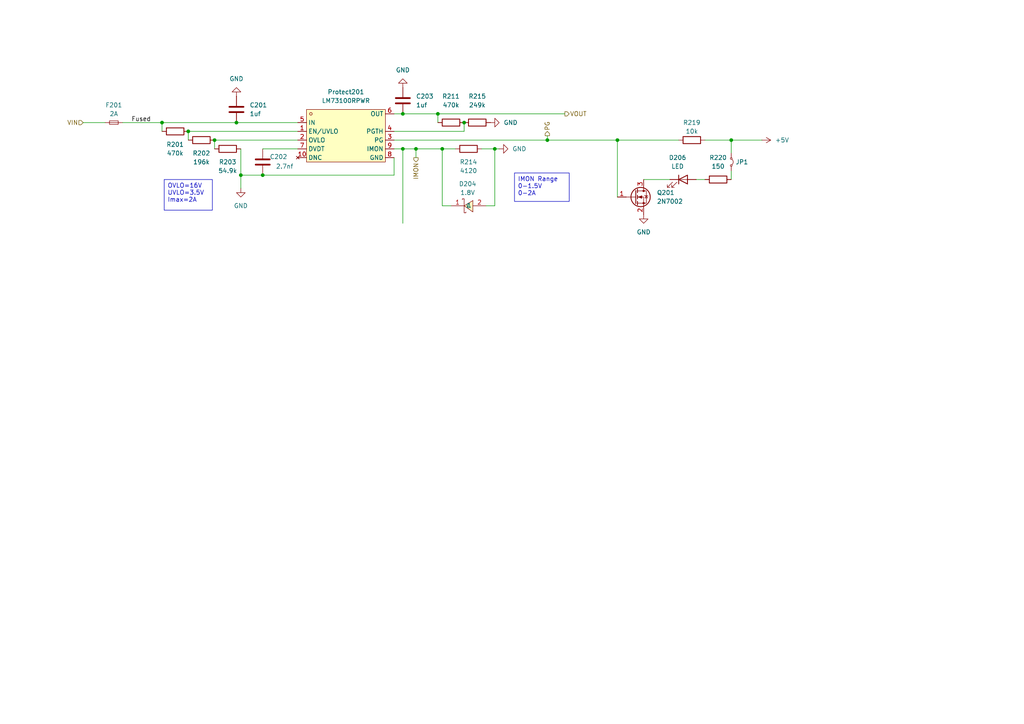
<source format=kicad_sch>
(kicad_sch (version 20231120) (generator "eeschema") (generator_version "8.0")
  (paper "A4")
  (lib_symbols
    (symbol "Device:C" (pin_numbers hide) (pin_names (offset 0.254))
      (property "Reference" "C" (at 0.635 2.54 0))
      (property "Value" "C" (at 0.635 -2.54 0))
      (symbol "C_0_1"
        (polyline (pts (xy -2.032 -0.762) (xy 2.032 -0.762)) (stroke (width 0.508)))
        (polyline (pts (xy -2.032 0.762) (xy 2.032 0.762)) (stroke (width 0.508)))
      )
      (symbol "C_1_1"
        (pin passive line (at 0 3.81 270) (length 2.794) (name "~") (number "1"))
        (pin passive line (at 0 -3.81 90) (length 2.794) (name "~") (number "2"))
      )
    )
    (symbol "Device:Fuse_Small" (pin_numbers hide) (pin_names (offset 0.254) hide)
      (property "Reference" "F" (at 0 -1.524 0))
      (property "Value" "Fuse_Small" (at 0 1.524 0))
      (symbol "Fuse_Small_0_1"
        (rectangle (start -1.27 0.508) (end 1.27 -0.508))
        (polyline (pts (xy -1.27 0) (xy 1.27 0)))
      )
      (symbol "Fuse_Small_1_1"
        (pin passive line (at -2.54 0 0) (length 1.27) (name "~") (number "1"))
        (pin passive line (at 2.54 0 180) (length 1.27) (name "~") (number "2"))
      )
    )
    (symbol "Device:LED" (pin_numbers hide) (pin_names (offset 1.016) hide)
      (property "Reference" "D" (at 0 2.54 0))
      (property "Value" "LED" (at 0 -2.54 0))
      (symbol "LED_0_1"
        (polyline (pts (xy -1.27 -1.27) (xy -1.27 1.27)) (stroke (width 0.254)))
        (polyline (pts (xy -1.27 0) (xy 1.27 0)))
        (polyline (pts (xy 1.27 -1.27) (xy 1.27 1.27) (xy -1.27 0) (xy 1.27 -1.27)) (stroke (width 0.254)))
        (polyline (pts (xy -3.048 -0.762) (xy -4.572 -2.286) (xy -3.81 -2.286) (xy -4.572 -2.286) (xy -4.572 -1.524)))
        (polyline (pts (xy -1.778 -0.762) (xy -3.302 -2.286) (xy -2.54 -2.286) (xy -3.302 -2.286) (xy -3.302 -1.524)))
      )
      (symbol "LED_1_1"
        (pin passive line (at -3.81 0 0) (length 2.54) (name "K") (number "1"))
        (pin passive line (at 3.81 0 180) (length 2.54) (name "A") (number "2"))
      )
    )
    (symbol "Device:R" (pin_numbers hide) (pin_names (offset 0))
      (property "Reference" "R" (at 2.032 0 90))
      (property "Value" "R" (at 0 0 90))
      (symbol "R_0_1"
        (rectangle (start -1.016 -2.54) (end 1.016 2.54) (stroke (width 0.254)))
      )
      (symbol "R_1_1"
        (pin passive line (at 0 3.81 270) (length 1.27) (name "~") (number "1"))
        (pin passive line (at 0 -3.81 90) (length 1.27) (name "~") (number "2"))
      )
    )
    (symbol "Jumper:Jumper_2_Small_Bridged" (pin_numbers hide) (pin_names (offset 0) hide) (exclude_from_sim yes)
      (property "Reference" "JP" (at 0 2.032 0))
      (property "Value" "Jumper_2_Small_Bridged" (at 0 -2.286 0))
      (symbol "Jumper_2_Small_Bridged_0_0"
        (circle (center -1.016 0) (radius 0.254))
        (circle (center 1.016 0) (radius 0.254))
      )
      (symbol "Jumper_2_Small_Bridged_0_1"
        (arc (start 0.762 0.254) (mid 0 0.5696) (end -0.762 0.254))
      )
      (symbol "Jumper_2_Small_Bridged_1_1"
        (pin passive line (at -2.54 0 0) (length 1.27) (name "A") (number "1"))
        (pin passive line (at 2.54 0 180) (length 1.27) (name "B") (number "2"))
      )
    )
    (symbol "Transistor_FET:2N7002" (pin_names hide)
      (property "Reference" "Q" (at 5.08 1.905 0))
      (property "Value" "2N7002" (at 5.08 0 0))
      (symbol "2N7002_0_1"
        (polyline (pts (xy 0.254 0) (xy -2.54 0)))
        (polyline (pts (xy 0.254 1.905) (xy 0.254 -1.905)) (stroke (width 0.254)))
        (polyline (pts (xy 0.762 -1.27) (xy 0.762 -2.286)) (stroke (width 0.254)))
        (polyline (pts (xy 0.762 0.508) (xy 0.762 -0.508)) (stroke (width 0.254)))
        (polyline (pts (xy 0.762 2.286) (xy 0.762 1.27)) (stroke (width 0.254)))
        (polyline (pts (xy 2.54 2.54) (xy 2.54 1.778)))
        (polyline (pts (xy 2.54 -2.54) (xy 2.54 0) (xy 0.762 0)))
        (polyline (pts (xy 0.762 -1.778) (xy 3.302 -1.778) (xy 3.302 1.778) (xy 0.762 1.778)))
        (polyline (pts (xy 1.016 0) (xy 2.032 0.381) (xy 2.032 -0.381) (xy 1.016 0)) (fill (type outline)))
        (polyline (pts (xy 2.794 0.508) (xy 2.921 0.381) (xy 3.683 0.381) (xy 3.81 0.254)))
        (polyline (pts (xy 3.302 0.381) (xy 2.921 -0.254) (xy 3.683 -0.254) (xy 3.302 0.381)))
        (circle (center 1.651 0) (radius 2.794) (stroke (width 0.254)))
        (circle (center 2.54 -1.778) (radius 0.254) (fill (type outline)))
        (circle (center 2.54 1.778) (radius 0.254) (fill (type outline)))
      )
      (symbol "2N7002_1_1"
        (pin input line (at -5.08 0 0) (length 2.54) (name "G") (number "1"))
        (pin passive line (at 2.54 -5.08 90) (length 2.54) (name "S") (number "2"))
        (pin passive line (at 2.54 5.08 270) (length 2.54) (name "D") (number "3"))
      )
    )
    (symbol "easyeda2kicad:DDZ9678-7"
      (property "Reference" "D" (at 0 5.08 0))
      (property "Value" "DDZ9678-7" (at 0 -5.08 0))
      (symbol "DDZ9678-7_0_1"
        (polyline (pts (xy 1.27 1.52) (xy -1.27 0) (xy 1.27 -1.78) (xy 1.27 1.52)) (fill (type background)))
        (polyline (pts (xy -1.78 1.78) (xy -1.78 2.03) (xy -1.27 2.03) (xy -1.27 -2.03) (xy -0.76 -2.03) (xy -0.76 -1.78)))
        (pin unspecified line (at -5.08 0 0) (length 3.81) (name "C") (number "1"))
        (pin unspecified line (at 5.08 0 180) (length 3.81) (name "A") (number "2"))
      )
    )
    (symbol "easyeda2kicad:LM73100RPWR"
      (property "Reference" "U" (at 0 10.16 0))
      (property "Value" "LM73100RPWR" (at 0 -10.16 0))
      (symbol "LM73100RPWR_0_1"
        (rectangle (start -11.43 7.62) (end 11.43 -7.62) (fill (type background)))
        (circle (center -10.16 6.35) (radius 0.38))
        (pin input line (at -13.97 1.27 0) (length 2.54) (name "EN/UVLO") (number "1"))
        (pin no_connect line (at -13.97 -6.35 0) (length 2.54) (name "DNC") (number "10"))
        (pin input line (at -13.97 -1.27 0) (length 2.54) (name "OVLO") (number "2"))
        (pin output line (at 13.97 -1.27 180) (length 2.54) (name "PG") (number "3"))
        (pin input line (at 13.97 1.27 180) (length 2.54) (name "PGTH") (number "4"))
        (pin power_in line (at -13.97 3.81 0) (length 2.54) (name "IN") (number "5"))
        (pin power_out line (at 13.97 6.35 180) (length 2.54) (name "OUT") (number "6"))
        (pin passive line (at -13.97 -3.81 0) (length 2.54) (name "DVDT") (number "7"))
        (pin power_in line (at 13.97 -6.35 180) (length 2.54) (name "GND") (number "8"))
        (pin output line (at 13.97 -3.81 180) (length 2.54) (name "IMON") (number "9"))
      )
    )
    (symbol "power:+5V" (power) (pin_numbers hide) (pin_names (offset 0) hide)
      (property "Value" "+5V" (at 0 3.556 0))
      (symbol "+5V_0_1"
        (polyline (pts (xy -0.762 1.27) (xy 0 2.54)))
        (polyline (pts (xy 0 0) (xy 0 2.54)))
        (polyline (pts (xy 0 2.54) (xy 0.762 1.27)))
      )
      (symbol "+5V_1_1"
        (pin power_in line (at 0 0 90) (length 0) (name "~") (number "1"))
      )
    )
    (symbol "power:GND" (power) (pin_numbers hide) (pin_names (offset 0) hide)
      (property "Value" "GND" (at 0 -3.81 0))
      (symbol "GND_0_1"
        (polyline (pts (xy 0 0) (xy 0 -1.27) (xy 1.27 -1.27) (xy 0 -2.54) (xy -1.27 -1.27) (xy 0 -1.27)))
      )
      (symbol "GND_1_1"
        (pin power_in line (at 0 0 270) (length 0) (name "~") (number "1"))
      )
    )
  )
  (junction (at 116.84 43.18))
  (junction (at 54.61 38.1))
  (junction (at 76.2 50.8))
  (junction (at 120.65 43.18))
  (junction (at 128.27 43.18))
  (junction (at 134.62 35.56))
  (junction (at 158.75 40.64))
  (junction (at 212.09 40.64))
  (junction (at 143.51 43.18))
  (junction (at 69.85 50.8))
  (junction (at 46.99 35.56))
  (junction (at 68.58 35.56))
  (junction (at 62.23 40.64))
  (junction (at 127 33.02))
  (junction (at 179.07 40.64))
  (junction (at 116.84 33.02))
  (wire (pts (xy 114.3 45.72) (xy 114.3 50.8)))
  (wire (pts (xy 143.51 43.18) (xy 144.78 43.18)))
  (wire (pts (xy 114.3 40.64) (xy 158.75 40.64)))
  (wire (pts (xy 35.56 35.56) (xy 46.99 35.56)))
  (wire (pts (xy 212.09 40.64) (xy 212.09 44.45)))
  (wire (pts (xy 158.75 39.37) (xy 158.75 40.64)))
  (wire (pts (xy 114.3 33.02) (xy 116.84 33.02)))
  (wire (pts (xy 128.27 59.69) (xy 130.81 59.69)))
  (wire (pts (xy 134.62 38.1) (xy 134.62 35.56)))
  (wire (pts (xy 62.23 40.64) (xy 62.23 43.18)))
  (wire (pts (xy 68.58 35.56) (xy 86.36 35.56)))
  (wire (pts (xy 179.07 40.64) (xy 179.07 57.15)))
  (wire (pts (xy 54.61 38.1) (xy 54.61 40.64)))
  (wire (pts (xy 76.2 50.8) (xy 114.3 50.8)))
  (wire (pts (xy 212.09 40.64) (xy 204.47 40.64)))
  (wire (pts (xy 69.85 50.8) (xy 76.2 50.8)))
  (wire (pts (xy 69.85 50.8) (xy 69.85 54.61)))
  (wire (pts (xy 220.98 40.64) (xy 212.09 40.64)))
  (wire (pts (xy 128.27 43.18) (xy 132.08 43.18)))
  (wire (pts (xy 127 33.02) (xy 127 35.56)))
  (wire (pts (xy 143.51 43.18) (xy 143.51 59.69)))
  (wire (pts (xy 158.75 40.64) (xy 179.07 40.64)))
  (wire (pts (xy 120.65 43.18) (xy 128.27 43.18)))
  (wire (pts (xy 62.23 40.64) (xy 86.36 40.64)))
  (wire (pts (xy 116.84 43.18) (xy 120.65 43.18)))
  (wire (pts (xy 76.2 43.18) (xy 86.36 43.18)))
  (wire (pts (xy 140.97 59.69) (xy 143.51 59.69)))
  (wire (pts (xy 186.69 52.07) (xy 194.31 52.07)))
  (wire (pts (xy 46.99 35.56) (xy 46.99 38.1)))
  (wire (pts (xy 116.84 43.18) (xy 116.84 64.77)))
  (wire (pts (xy 46.99 35.56) (xy 68.58 35.56)))
  (wire (pts (xy 114.3 38.1) (xy 134.62 38.1)))
  (wire (pts (xy 127 33.02) (xy 163.83 33.02)))
  (wire (pts (xy 201.93 52.07) (xy 204.47 52.07)))
  (wire (pts (xy 128.27 43.18) (xy 128.27 59.69)))
  (wire (pts (xy 54.61 38.1) (xy 86.36 38.1)))
  (wire (pts (xy 114.3 43.18) (xy 116.84 43.18)))
  (wire (pts (xy 212.09 49.53) (xy 212.09 52.07)))
  (wire (pts (xy 116.84 33.02) (xy 127 33.02)))
  (wire (pts (xy 179.07 40.64) (xy 196.85 40.64)))
  (wire (pts (xy 139.7 43.18) (xy 143.51 43.18)))
  (wire (pts (xy 69.85 43.18) (xy 69.85 50.8)))
  (wire (pts (xy 120.65 45.72) (xy 120.65 43.18)))
  (wire (pts (xy 24.13 35.56) (xy 30.48 35.56)))
  (text_box "IMON Range\n0-1.5V\n0-2A" (at 149.225 50.165 0) (size 15.875 8.255) (effects (font (size 1.27 1.27)) (justify left top)))
  (text_box "OVLO=16V\nUVLO=3.5V\nImax=2A" (at 47.625 52.07 0) (size 13.97 8.89) (effects (font (size 1.27 1.27)) (justify left top)))
  (label "Fused" (at 38.1 35.56 0))
  (hierarchical_label "VIN" (shape input) (at 24.13 35.56 180))
  (hierarchical_label "PG" (shape output) (at 158.75 39.37 90))
  (hierarchical_label "IMON" (shape output) (at 120.65 45.72 270))
  (hierarchical_label "VOUT" (shape output) (at 163.83 33.02 0))
  (symbol (lib_id "Device:R") (at 200.66 40.64 270) (unit 1)
    (property "Reference" "R219" (at 200.66 35.56 90))
    (property "Value" "10k" (at 200.66 38.1 90))
    (property "Footprint" "Resistor_SMD:R_0603_1608Metric" (effects (hide yes)))
    (property "Description" "Resistor" (effects (hide yes)))
  )
  (symbol (lib_id "Device:R") (at 138.43 35.56 270) (unit 1)
    (property "Reference" "R215" (at 138.43 27.94 90))
    (property "Value" "249k" (at 138.43 30.48 90))
    (property "Footprint" "Resistor_SMD:R_0603_1608Metric" (effects (hide yes)))
    (property "Description" "Resistor" (effects (hide yes)))
  )
  (symbol (lib_id "easyeda2kicad:LM73100RPWR") (at 100.33 39.37 0) (unit 1)
    (property "Reference" "Protect201" (at 100.33 26.67 0))
    (property "Value" "LM73100RPWR" (at 100.33 29.21 0))
    (property "Footprint" "easyeda2kicad:VQFN-10_L2.0-W2.0-P0.45-TL" (effects (hide yes)))
    (property "LCSC Part" "C3210761" (effects (hide yes)))
  )
  (symbol (lib_id "Device:LED") (at 198.12 52.07 0) (unit 1)
    (property "Reference" "D206" (at 196.5325 45.72 0))
    (property "Value" "LED" (at 196.5325 48.26 0))
    (property "Footprint" "LED_SMD:LED_0603_1608Metric" (effects (hide yes)))
    (property "Description" "Light emitting diode" (effects (hide yes)))
    (property "LCSC Part" "C2286" (effects (hide yes)))
  )
  (symbol (lib_id "Device:C") (at 116.84 29.21 0) (unit 1)
    (property "Reference" "C203" (at 120.65 27.9399 0) (effects (justify left)))
    (property "Value" "1uf" (at 120.65 30.4799 0) (effects (justify left)))
    (property "Footprint" "Capacitor_SMD:C_0603_1608Metric" (effects (hide yes)))
    (property "Description" "Unpolarized capacitor" (effects (hide yes)))
  )
  (symbol (lib_id "power:GND") (at 186.69 62.23 0) (unit 1)
    (property "Reference" "#PWR0212" (effects (hide yes)))
    (property "Value" "GND" (at 186.69 67.31 0))
    (property "Description" "Power symbol creates a global label with name \"GND\" , ground" (effects (hide yes)))
  )
  (symbol (lib_id "Device:R") (at 208.28 52.07 90) (unit 1)
    (property "Reference" "R220" (at 208.28 45.72 90))
    (property "Value" "150" (at 208.28 48.26 90))
    (property "Footprint" "Resistor_SMD:R_0603_1608Metric" (effects (hide yes)))
    (property "Description" "Resistor" (effects (hide yes)))
  )
  (symbol (lib_id "Transistor_FET:2N7002") (at 184.15 57.15 0) (unit 1)
    (property "Reference" "Q201" (at 190.5 55.8799 0) (effects (justify left)))
    (property "Value" "2N7002" (at 190.5 58.4199 0) (effects (justify left)))
    (property "Footprint" "Package_TO_SOT_SMD:SOT-23" (effects (hide yes)))
    (property "Datasheet" "https://www.onsemi.com/pub/Collateral/NDS7002A-D.PDF" (effects (hide yes)))
    (property "Description" "0.115A Id, 60V Vds, N-Channel MOSFET, SOT-23" (effects (hide yes)))
  )
  (symbol (lib_id "Device:C") (at 68.58 31.75 0) (unit 1)
    (property "Reference" "C201" (at 72.39 30.4799 0) (effects (justify left)))
    (property "Value" "1uf" (at 72.39 33.0199 0) (effects (justify left)))
    (property "Footprint" "Capacitor_SMD:C_0603_1608Metric" (effects (hide yes)))
    (property "Description" "Unpolarized capacitor" (effects (hide yes)))
  )
  (symbol (lib_id "power:GND") (at 69.85 54.61 0) (unit 1)
    (property "Reference" "#PWR0202" (effects (hide yes)))
    (property "Value" "GND" (at 69.85 59.69 0))
    (property "Description" "Power symbol creates a global label with name \"GND\" , ground" (effects (hide yes)))
  )
  (symbol (lib_id "Device:R") (at 50.8 38.1 270) (unit 1)
    (property "Reference" "R201" (at 50.8 41.91 90))
    (property "Value" "470k" (at 50.8 44.45 90))
    (property "Footprint" "Resistor_SMD:R_0603_1608Metric" (effects (hide yes)))
    (property "Description" "Resistor" (effects (hide yes)))
  )
  (symbol (lib_id "power:GND") (at 68.58 27.94 180) (unit 1)
    (property "Reference" "#PWR0201" (effects (hide yes)))
    (property "Value" "GND" (at 68.58 22.86 0))
    (property "Description" "Power symbol creates a global label with name \"GND\" , ground" (effects (hide yes)))
  )
  (symbol (lib_id "power:GND") (at 142.24 35.56 90) (unit 1)
    (property "Reference" "#PWR0207" (effects (hide yes)))
    (property "Value" "GND" (at 146.05 35.5599 90) (effects (justify right)))
    (property "Description" "Power symbol creates a global label with name \"GND\" , ground" (effects (hide yes)))
  )
  (symbol (lib_id "Device:C") (at 76.2 46.99 0) (unit 1)
    (property "Reference" "C202" (at 78.232 45.466 0) (effects (justify left)))
    (property "Value" "2.7nf" (at 80.01 48.2599 0) (effects (justify left)))
    (property "Footprint" "Capacitor_SMD:C_0603_1608Metric" (effects (hide yes)))
    (property "Description" "Unpolarized capacitor" (effects (hide yes)))
  )
  (symbol (lib_id "Device:R") (at 58.42 40.64 270) (unit 1)
    (property "Reference" "R202" (at 58.42 44.45 90))
    (property "Value" "196k" (at 58.42 46.99 90))
    (property "Footprint" "Resistor_SMD:R_0603_1608Metric" (effects (hide yes)))
    (property "Description" "Resistor" (effects (hide yes)))
  )
  (symbol (lib_id "Device:R") (at 135.89 43.18 270) (unit 1)
    (property "Reference" "R214" (at 135.89 46.99 90))
    (property "Value" "4120" (at 135.89 49.53 90))
    (property "Footprint" "Resistor_SMD:R_0603_1608Metric" (effects (hide yes)))
    (property "Description" "Resistor" (effects (hide yes)))
  )
  (symbol (lib_id "power:+5V") (at 220.98 40.64 270) (unit 1)
    (property "Reference" "#PWR0213" (effects (hide yes)))
    (property "Value" "+5V" (at 224.79 40.6399 90) (effects (justify left)))
    (property "Description" "Power symbol creates a global label with name \"+5V\"" (effects (hide yes)))
  )
  (symbol (lib_id "easyeda2kicad:DDZ9678-7") (at 135.89 59.69 0) (unit 1)
    (property "Reference" "D204" (at 135.635 53.34 0))
    (property "Value" "1.8V" (at 135.635 55.88 0))
    (property "Footprint" "easyeda2kicad:SOD-123_L2.7-W1.6-LS3.7-RD" (effects (hide yes)))
    (property "Datasheet" "https://lcsc.com/product-detail/Zener-Diodes_DIODES_DDZ9678-7_DDZ9678-7_C150464.html" (effects (hide yes)))
    (property "Description" "Single 1.71V~1.89V 500mW 1.8V SOD-123 Zener Diodes ROHS " (effects (hide yes)))
    (property "LCSC Part" "C150464" (effects (hide yes)))
  )
  (symbol (lib_id "Jumper:Jumper_2_Small_Bridged") (at 212.09 46.99 270) (unit 1) (exclude_from_sim yes)
    (property "Reference" "JP1" (at 213.36 46.9899 90) (effects (justify left)))
    (property "Value" "JP1" (effects (hide yes)))
    (property "Footprint" "Connector_PinHeader_1.00mm:PinHeader_1x02_P1.00mm_Vertical" (effects (hide yes)))
    (property "Description" "Jumper, 2-pole, small symbol, bridged" (effects (hide yes)))
  )
  (symbol (lib_id "Device:R") (at 130.81 35.56 270) (unit 1)
    (property "Reference" "R211" (at 130.81 27.94 90))
    (property "Value" "470k" (at 130.81 30.48 90))
    (property "Footprint" "Resistor_SMD:R_0603_1608Metric" (effects (hide yes)))
    (property "Description" "Resistor" (effects (hide yes)))
  )
  (symbol (lib_id "power:GND") (at 144.78 43.18 90) (unit 1)
    (property "Reference" "#PWR0208" (effects (hide yes)))
    (property "Value" "GND" (at 148.59 43.1799 90) (effects (justify right)))
    (property "Description" "Power symbol creates a global label with name \"GND\" , ground" (effects (hide yes)))
  )
  (symbol (lib_id "Device:R") (at 66.04 43.18 270) (unit 1)
    (property "Reference" "R203" (at 66.04 46.99 90))
    (property "Value" "54.9k" (at 66.04 49.53 90))
    (property "Footprint" "Resistor_SMD:R_0603_1608Metric" (effects (hide yes)))
    (property "Description" "Resistor" (effects (hide yes)))
  )
  (symbol (lib_id "power:GND") (at 116.84 25.4 180) (unit 1)
    (property "Reference" "#PWR0205" (effects (hide yes)))
    (property "Value" "GND" (at 116.84 20.32 0))
    (property "Description" "Power symbol creates a global label with name \"GND\" , ground" (effects (hide yes)))
  )
  (symbol (lib_id "Device:Fuse_Small") (at 33.02 35.56 0) (unit 1)
    (property "Reference" "F201" (at 33.02 30.48 0))
    (property "Value" "2A" (at 33.02 33.02 0))
    (property "Footprint" "Fuse:Fuse_1206_3216Metric" (effects (hide yes)))
    (property "Description" "Fuse, small symbol" (effects (hide yes)))
    (property "LCSC Part" "C2924939" (effects (hide yes)))
  )
)
</source>
